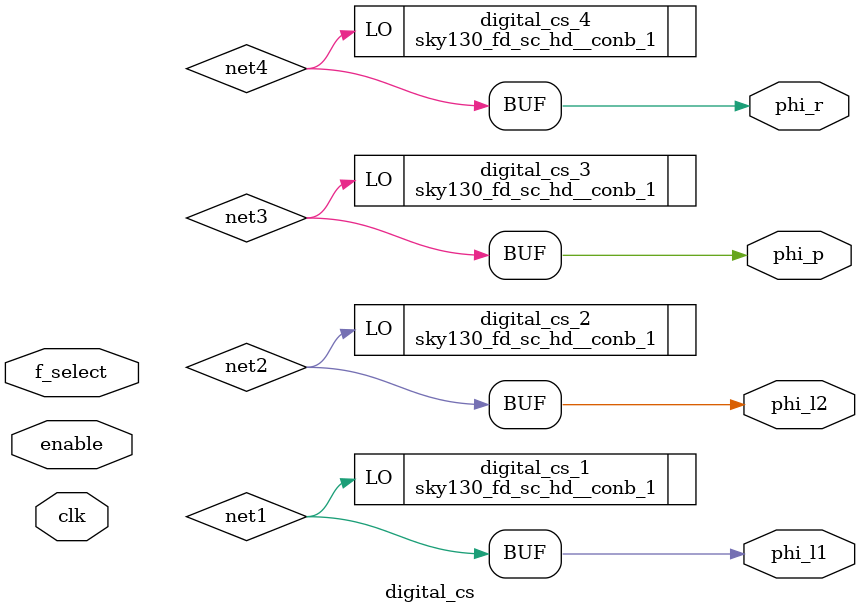
<source format=v>
module digital_cs (clk,
    enable,
    phi_l1,
    phi_l2,
    phi_p,
    phi_r,
    f_select);
 input clk;
 input enable;
 output phi_l1;
 output phi_l2;
 output phi_p;
 output phi_r;
 input [7:0] f_select;

 wire net2;
 wire net3;
 wire net4;
 wire net1;

 sky130_fd_sc_hd__conb_1 digital_cs_2 (.LO(net2));
 sky130_fd_sc_hd__conb_1 digital_cs_3 (.LO(net3));
 sky130_fd_sc_hd__conb_1 digital_cs_4 (.LO(net4));
 sky130_ef_sc_hd__decap_12 FILLER_0_0_3 ();
 sky130_fd_sc_hd__decap_3 PHY_0 ();
 sky130_fd_sc_hd__decap_3 PHY_1 ();
 sky130_fd_sc_hd__decap_3 PHY_2 ();
 sky130_fd_sc_hd__decap_3 PHY_3 ();
 sky130_fd_sc_hd__decap_3 PHY_4 ();
 sky130_fd_sc_hd__decap_3 PHY_5 ();
 sky130_fd_sc_hd__decap_3 PHY_6 ();
 sky130_fd_sc_hd__decap_3 PHY_7 ();
 sky130_fd_sc_hd__decap_3 PHY_8 ();
 sky130_fd_sc_hd__decap_3 PHY_9 ();
 sky130_fd_sc_hd__decap_3 PHY_10 ();
 sky130_fd_sc_hd__decap_3 PHY_11 ();
 sky130_fd_sc_hd__decap_3 PHY_12 ();
 sky130_fd_sc_hd__decap_3 PHY_13 ();
 sky130_fd_sc_hd__decap_3 PHY_14 ();
 sky130_fd_sc_hd__decap_3 PHY_15 ();
 sky130_fd_sc_hd__decap_3 PHY_16 ();
 sky130_fd_sc_hd__decap_3 PHY_17 ();
 sky130_fd_sc_hd__decap_3 PHY_18 ();
 sky130_fd_sc_hd__decap_3 PHY_19 ();
 sky130_fd_sc_hd__decap_3 PHY_20 ();
 sky130_fd_sc_hd__decap_3 PHY_21 ();
 sky130_fd_sc_hd__decap_3 PHY_22 ();
 sky130_fd_sc_hd__decap_3 PHY_23 ();
 sky130_fd_sc_hd__decap_3 PHY_24 ();
 sky130_fd_sc_hd__decap_3 PHY_25 ();
 sky130_fd_sc_hd__decap_3 PHY_26 ();
 sky130_fd_sc_hd__decap_3 PHY_27 ();
 sky130_fd_sc_hd__tapvpwrvgnd_1 TAP_28 ();
 sky130_fd_sc_hd__tapvpwrvgnd_1 TAP_29 ();
 sky130_fd_sc_hd__tapvpwrvgnd_1 TAP_30 ();
 sky130_fd_sc_hd__tapvpwrvgnd_1 TAP_31 ();
 sky130_fd_sc_hd__tapvpwrvgnd_1 TAP_32 ();
 sky130_fd_sc_hd__tapvpwrvgnd_1 TAP_33 ();
 sky130_fd_sc_hd__tapvpwrvgnd_1 TAP_34 ();
 sky130_fd_sc_hd__tapvpwrvgnd_1 TAP_35 ();
 sky130_fd_sc_hd__tapvpwrvgnd_1 TAP_36 ();
 sky130_fd_sc_hd__tapvpwrvgnd_1 TAP_37 ();
 sky130_fd_sc_hd__tapvpwrvgnd_1 TAP_38 ();
 sky130_fd_sc_hd__tapvpwrvgnd_1 TAP_39 ();
 sky130_fd_sc_hd__tapvpwrvgnd_1 TAP_40 ();
 sky130_fd_sc_hd__tapvpwrvgnd_1 TAP_41 ();
 sky130_fd_sc_hd__tapvpwrvgnd_1 TAP_42 ();
 sky130_fd_sc_hd__tapvpwrvgnd_1 TAP_43 ();
 sky130_fd_sc_hd__conb_1 digital_cs_1 (.LO(net1));
 sky130_ef_sc_hd__decap_12 FILLER_0_0_15 ();
 sky130_fd_sc_hd__fill_1 FILLER_0_0_27 ();
 sky130_ef_sc_hd__decap_12 FILLER_0_0_29 ();
 sky130_fd_sc_hd__decap_8 FILLER_0_0_41 ();
 sky130_fd_sc_hd__decap_3 FILLER_0_0_49 ();
 sky130_fd_sc_hd__fill_1 FILLER_0_0_55 ();
 sky130_ef_sc_hd__decap_12 FILLER_0_0_57 ();
 sky130_ef_sc_hd__decap_12 FILLER_0_0_69 ();
 sky130_ef_sc_hd__decap_12 FILLER_0_1_3 ();
 sky130_ef_sc_hd__decap_12 FILLER_0_1_15 ();
 sky130_ef_sc_hd__decap_12 FILLER_0_1_27 ();
 sky130_ef_sc_hd__decap_12 FILLER_0_1_39 ();
 sky130_fd_sc_hd__decap_4 FILLER_0_1_51 ();
 sky130_fd_sc_hd__fill_1 FILLER_0_1_55 ();
 sky130_ef_sc_hd__decap_12 FILLER_0_1_57 ();
 sky130_ef_sc_hd__decap_12 FILLER_0_1_69 ();
 sky130_ef_sc_hd__decap_12 FILLER_0_2_3 ();
 sky130_ef_sc_hd__decap_12 FILLER_0_2_15 ();
 sky130_fd_sc_hd__fill_1 FILLER_0_2_27 ();
 sky130_ef_sc_hd__decap_12 FILLER_0_2_29 ();
 sky130_ef_sc_hd__decap_12 FILLER_0_2_41 ();
 sky130_ef_sc_hd__decap_12 FILLER_0_2_53 ();
 sky130_ef_sc_hd__decap_12 FILLER_0_2_65 ();
 sky130_fd_sc_hd__decap_4 FILLER_0_2_77 ();
 sky130_ef_sc_hd__decap_12 FILLER_0_3_3 ();
 sky130_ef_sc_hd__decap_12 FILLER_0_3_15 ();
 sky130_ef_sc_hd__decap_12 FILLER_0_3_27 ();
 sky130_ef_sc_hd__decap_12 FILLER_0_3_39 ();
 sky130_fd_sc_hd__decap_4 FILLER_0_3_51 ();
 sky130_fd_sc_hd__fill_1 FILLER_0_3_55 ();
 sky130_ef_sc_hd__decap_12 FILLER_0_3_57 ();
 sky130_ef_sc_hd__decap_12 FILLER_0_3_69 ();
 sky130_ef_sc_hd__decap_12 FILLER_0_4_3 ();
 sky130_ef_sc_hd__decap_12 FILLER_0_4_15 ();
 sky130_fd_sc_hd__fill_1 FILLER_0_4_27 ();
 sky130_ef_sc_hd__decap_12 FILLER_0_4_29 ();
 sky130_ef_sc_hd__decap_12 FILLER_0_4_41 ();
 sky130_ef_sc_hd__decap_12 FILLER_0_4_53 ();
 sky130_ef_sc_hd__decap_12 FILLER_0_4_65 ();
 sky130_fd_sc_hd__decap_4 FILLER_0_4_77 ();
 sky130_ef_sc_hd__decap_12 FILLER_0_5_3 ();
 sky130_ef_sc_hd__decap_12 FILLER_0_5_15 ();
 sky130_ef_sc_hd__decap_12 FILLER_0_5_27 ();
 sky130_ef_sc_hd__decap_12 FILLER_0_5_39 ();
 sky130_fd_sc_hd__decap_4 FILLER_0_5_51 ();
 sky130_fd_sc_hd__fill_1 FILLER_0_5_55 ();
 sky130_ef_sc_hd__decap_12 FILLER_0_5_57 ();
 sky130_ef_sc_hd__decap_12 FILLER_0_5_69 ();
 sky130_ef_sc_hd__decap_12 FILLER_0_6_3 ();
 sky130_ef_sc_hd__decap_12 FILLER_0_6_15 ();
 sky130_fd_sc_hd__fill_1 FILLER_0_6_27 ();
 sky130_ef_sc_hd__decap_12 FILLER_0_6_29 ();
 sky130_ef_sc_hd__decap_12 FILLER_0_6_41 ();
 sky130_ef_sc_hd__decap_12 FILLER_0_6_53 ();
 sky130_ef_sc_hd__decap_12 FILLER_0_6_65 ();
 sky130_fd_sc_hd__fill_1 FILLER_0_6_77 ();
 sky130_ef_sc_hd__decap_12 FILLER_0_7_3 ();
 sky130_ef_sc_hd__decap_12 FILLER_0_7_15 ();
 sky130_ef_sc_hd__decap_12 FILLER_0_7_27 ();
 sky130_ef_sc_hd__decap_12 FILLER_0_7_39 ();
 sky130_fd_sc_hd__decap_4 FILLER_0_7_51 ();
 sky130_fd_sc_hd__fill_1 FILLER_0_7_55 ();
 sky130_ef_sc_hd__decap_12 FILLER_0_7_57 ();
 sky130_ef_sc_hd__decap_12 FILLER_0_7_69 ();
 sky130_ef_sc_hd__decap_12 FILLER_0_8_3 ();
 sky130_ef_sc_hd__decap_12 FILLER_0_8_15 ();
 sky130_fd_sc_hd__fill_1 FILLER_0_8_27 ();
 sky130_ef_sc_hd__decap_12 FILLER_0_8_29 ();
 sky130_ef_sc_hd__decap_12 FILLER_0_8_41 ();
 sky130_ef_sc_hd__decap_12 FILLER_0_8_53 ();
 sky130_ef_sc_hd__decap_12 FILLER_0_8_65 ();
 sky130_fd_sc_hd__decap_4 FILLER_0_8_77 ();
 sky130_ef_sc_hd__decap_12 FILLER_0_9_3 ();
 sky130_ef_sc_hd__decap_12 FILLER_0_9_15 ();
 sky130_ef_sc_hd__decap_12 FILLER_0_9_27 ();
 sky130_ef_sc_hd__decap_12 FILLER_0_9_39 ();
 sky130_fd_sc_hd__decap_4 FILLER_0_9_51 ();
 sky130_fd_sc_hd__fill_1 FILLER_0_9_55 ();
 sky130_ef_sc_hd__decap_12 FILLER_0_9_57 ();
 sky130_ef_sc_hd__decap_12 FILLER_0_9_69 ();
 sky130_ef_sc_hd__decap_12 FILLER_0_10_3 ();
 sky130_ef_sc_hd__decap_12 FILLER_0_10_15 ();
 sky130_fd_sc_hd__fill_1 FILLER_0_10_27 ();
 sky130_ef_sc_hd__decap_12 FILLER_0_10_29 ();
 sky130_ef_sc_hd__decap_12 FILLER_0_10_41 ();
 sky130_ef_sc_hd__decap_12 FILLER_0_10_53 ();
 sky130_ef_sc_hd__decap_12 FILLER_0_10_65 ();
 sky130_fd_sc_hd__decap_4 FILLER_0_10_77 ();
 sky130_ef_sc_hd__decap_12 FILLER_0_11_3 ();
 sky130_ef_sc_hd__decap_12 FILLER_0_11_15 ();
 sky130_ef_sc_hd__decap_12 FILLER_0_11_27 ();
 sky130_ef_sc_hd__decap_12 FILLER_0_11_39 ();
 sky130_fd_sc_hd__decap_4 FILLER_0_11_51 ();
 sky130_fd_sc_hd__fill_1 FILLER_0_11_55 ();
 sky130_ef_sc_hd__decap_12 FILLER_0_11_57 ();
 sky130_ef_sc_hd__decap_12 FILLER_0_11_69 ();
 sky130_ef_sc_hd__decap_12 FILLER_0_12_3 ();
 sky130_ef_sc_hd__decap_12 FILLER_0_12_15 ();
 sky130_fd_sc_hd__fill_1 FILLER_0_12_27 ();
 sky130_ef_sc_hd__decap_12 FILLER_0_12_29 ();
 sky130_ef_sc_hd__decap_12 FILLER_0_12_41 ();
 sky130_ef_sc_hd__decap_12 FILLER_0_12_53 ();
 sky130_ef_sc_hd__decap_12 FILLER_0_12_65 ();
 sky130_fd_sc_hd__decap_4 FILLER_0_12_77 ();
 sky130_ef_sc_hd__decap_12 FILLER_0_13_9 ();
 sky130_fd_sc_hd__decap_6 FILLER_0_13_21 ();
 sky130_fd_sc_hd__fill_1 FILLER_0_13_27 ();
 sky130_ef_sc_hd__decap_12 FILLER_0_13_29 ();
 sky130_ef_sc_hd__decap_12 FILLER_0_13_41 ();
 sky130_fd_sc_hd__decap_3 FILLER_0_13_53 ();
 sky130_ef_sc_hd__decap_12 FILLER_0_13_57 ();
 sky130_ef_sc_hd__decap_12 FILLER_0_13_69 ();
 assign phi_l1 = net1;
 assign phi_l2 = net2;
 assign phi_p = net3;
 assign phi_r = net4;
endmodule

</source>
